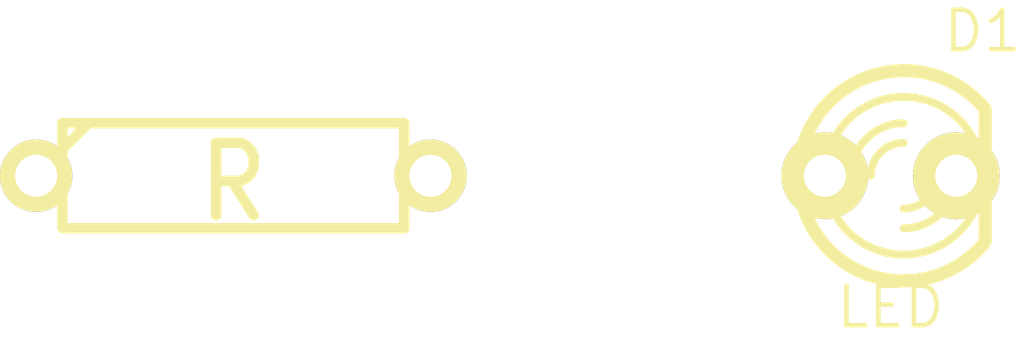
<source format=kicad_pcb>
(kicad_pcb (version 3) (host pcbnew "(2013-07-07 BZR 4022)-stable")

  (general
    (links 1)
    (no_connects 1)
    (area 57.4675 73.99655 77.853116 80.68945)
    (thickness 1.6)
    (drawings 0)
    (tracks 0)
    (zones 0)
    (modules 2)
    (nets 2)
  )

  (page A3)
  (layers
    (15 F.Cu signal)
    (0 B.Cu signal)
    (16 B.Adhes user)
    (17 F.Adhes user)
    (18 B.Paste user)
    (19 F.Paste user)
    (20 B.SilkS user)
    (21 F.SilkS user)
    (22 B.Mask user)
    (23 F.Mask user)
    (24 Dwgs.User user)
    (25 Cmts.User user)
    (26 Eco1.User user)
    (27 Eco2.User user)
    (28 Edge.Cuts user)
  )

  (setup
    (last_trace_width 0.254)
    (trace_clearance 0.254)
    (zone_clearance 0.508)
    (zone_45_only no)
    (trace_min 0.254)
    (segment_width 0.2)
    (edge_width 0.1)
    (via_size 0.889)
    (via_drill 0.635)
    (via_min_size 0.889)
    (via_min_drill 0.508)
    (uvia_size 0.508)
    (uvia_drill 0.127)
    (uvias_allowed no)
    (uvia_min_size 0.508)
    (uvia_min_drill 0.127)
    (pcb_text_width 0.3)
    (pcb_text_size 1.5 1.5)
    (mod_edge_width 0.15)
    (mod_text_size 1 1)
    (mod_text_width 0.15)
    (pad_size 1.5 1.5)
    (pad_drill 0.6)
    (pad_to_mask_clearance 0)
    (aux_axis_origin 0 0)
    (visible_elements FFFFFFBF)
    (pcbplotparams
      (layerselection 3178497)
      (usegerberextensions true)
      (excludeedgelayer true)
      (linewidth 0.150000)
      (plotframeref false)
      (viasonmask false)
      (mode 1)
      (useauxorigin false)
      (hpglpennumber 1)
      (hpglpenspeed 20)
      (hpglpendiameter 15)
      (hpglpenoverlay 2)
      (psnegative false)
      (psa4output false)
      (plotreference true)
      (plotvalue true)
      (plotothertext true)
      (plotinvisibletext false)
      (padsonsilk false)
      (subtractmaskfromsilk false)
      (outputformat 1)
      (mirror false)
      (drillshape 1)
      (scaleselection 1)
      (outputdirectory ""))
  )

  (net 0 "")
  (net 1 N-000002)

  (net_class Default "This is the default net class."
    (clearance 0.254)
    (trace_width 0.254)
    (via_dia 0.889)
    (via_drill 0.635)
    (uvia_dia 0.508)
    (uvia_drill 0.127)
    (add_net "")
    (add_net N-000002)
  )

  (module R3 (layer F.Cu) (tedit 4E4C0E65) (tstamp 54A8DBB1)
    (at 62.23 77.47)
    (descr "Resitance 3 pas")
    (tags R)
    (path /54A8DA4D)
    (autoplace_cost180 10)
    (fp_text reference R1 (at 0 0.127) (layer F.SilkS) hide
      (effects (font (size 1.397 1.27) (thickness 0.2032)))
    )
    (fp_text value R (at 0 0.127) (layer F.SilkS)
      (effects (font (size 1.397 1.27) (thickness 0.2032)))
    )
    (fp_line (start -3.81 0) (end -3.302 0) (layer F.SilkS) (width 0.2032))
    (fp_line (start 3.81 0) (end 3.302 0) (layer F.SilkS) (width 0.2032))
    (fp_line (start 3.302 0) (end 3.302 -1.016) (layer F.SilkS) (width 0.2032))
    (fp_line (start 3.302 -1.016) (end -3.302 -1.016) (layer F.SilkS) (width 0.2032))
    (fp_line (start -3.302 -1.016) (end -3.302 1.016) (layer F.SilkS) (width 0.2032))
    (fp_line (start -3.302 1.016) (end 3.302 1.016) (layer F.SilkS) (width 0.2032))
    (fp_line (start 3.302 1.016) (end 3.302 0) (layer F.SilkS) (width 0.2032))
    (fp_line (start -3.302 -0.508) (end -2.794 -1.016) (layer F.SilkS) (width 0.2032))
    (pad 1 thru_hole circle (at -3.81 0) (size 1.397 1.397) (drill 0.8128)
      (layers *.Cu *.Mask F.SilkS)
    )
    (pad 2 thru_hole circle (at 3.81 0) (size 1.397 1.397) (drill 0.8128)
      (layers *.Cu *.Mask F.SilkS)
      (net 1 N-000002)
    )
    (model discret/resistor.wrl
      (at (xyz 0 0 0))
      (scale (xyz 0.3 0.3 0.3))
      (rotate (xyz 0 0 0))
    )
  )

  (module LED-3MM (layer F.Cu) (tedit 50ADE848) (tstamp 54A8DBCA)
    (at 74.93 77.47)
    (descr "LED 3mm - Lead pitch 100mil (2,54mm)")
    (tags "LED led 3mm 3MM 100mil 2,54mm")
    (path /54A8DA5C)
    (fp_text reference D1 (at 1.778 -2.794) (layer F.SilkS)
      (effects (font (size 0.762 0.762) (thickness 0.0889)))
    )
    (fp_text value LED (at 0 2.54) (layer F.SilkS)
      (effects (font (size 0.762 0.762) (thickness 0.0889)))
    )
    (fp_line (start 1.8288 1.27) (end 1.8288 -1.27) (layer F.SilkS) (width 0.254))
    (fp_arc (start 0.254 0) (end -1.27 0) (angle 39.8) (layer F.SilkS) (width 0.1524))
    (fp_arc (start 0.254 0) (end -0.88392 1.01092) (angle 41.6) (layer F.SilkS) (width 0.1524))
    (fp_arc (start 0.254 0) (end 1.4097 -0.9906) (angle 40.6) (layer F.SilkS) (width 0.1524))
    (fp_arc (start 0.254 0) (end 1.778 0) (angle 39.8) (layer F.SilkS) (width 0.1524))
    (fp_arc (start 0.254 0) (end 0.254 -1.524) (angle 54.4) (layer F.SilkS) (width 0.1524))
    (fp_arc (start 0.254 0) (end -0.9652 -0.9144) (angle 53.1) (layer F.SilkS) (width 0.1524))
    (fp_arc (start 0.254 0) (end 1.45542 0.93472) (angle 52.1) (layer F.SilkS) (width 0.1524))
    (fp_arc (start 0.254 0) (end 0.254 1.524) (angle 52.1) (layer F.SilkS) (width 0.1524))
    (fp_arc (start 0.254 0) (end -0.381 0) (angle 90) (layer F.SilkS) (width 0.1524))
    (fp_arc (start 0.254 0) (end -0.762 0) (angle 90) (layer F.SilkS) (width 0.1524))
    (fp_arc (start 0.254 0) (end 0.889 0) (angle 90) (layer F.SilkS) (width 0.1524))
    (fp_arc (start 0.254 0) (end 1.27 0) (angle 90) (layer F.SilkS) (width 0.1524))
    (fp_arc (start 0.254 0) (end 0.254 -2.032) (angle 50.1) (layer F.SilkS) (width 0.254))
    (fp_arc (start 0.254 0) (end -1.5367 -0.95504) (angle 61.9) (layer F.SilkS) (width 0.254))
    (fp_arc (start 0.254 0) (end 1.8034 1.31064) (angle 49.7) (layer F.SilkS) (width 0.254))
    (fp_arc (start 0.254 0) (end 0.254 2.032) (angle 60.2) (layer F.SilkS) (width 0.254))
    (fp_arc (start 0.254 0) (end -1.778 0) (angle 28.3) (layer F.SilkS) (width 0.254))
    (fp_arc (start 0.254 0) (end -1.47574 1.06426) (angle 31.6) (layer F.SilkS) (width 0.254))
    (pad 1 thru_hole circle (at -1.27 0) (size 1.6764 1.6764) (drill 0.8128)
      (layers *.Cu *.Mask F.SilkS)
      (net 1 N-000002)
    )
    (pad 2 thru_hole circle (at 1.27 0) (size 1.6764 1.6764) (drill 0.8128)
      (layers *.Cu *.Mask F.SilkS)
    )
    (model discret/leds/led3_vertical_verde.wrl
      (at (xyz 0 0 0))
      (scale (xyz 1 1 1))
      (rotate (xyz 0 0 0))
    )
  )

)

</source>
